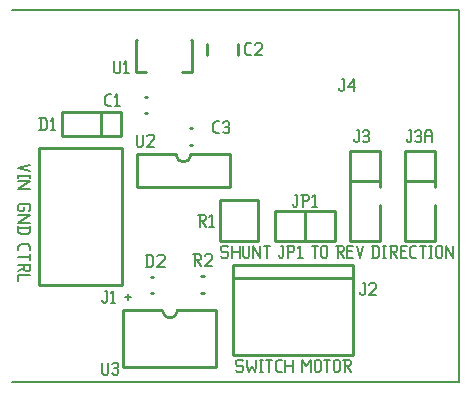
<source format=gbr>
G04 start of page 9 for group -4079 idx -4079 *
G04 Title: (unknown), topsilk *
G04 Creator: pcb 20140316 *
G04 CreationDate: Tue 12 Jul 2016 01:46:57 AM GMT UTC *
G04 For: ndholmes *
G04 Format: Gerber/RS-274X *
G04 PCB-Dimensions (mil): 1500.00 1250.00 *
G04 PCB-Coordinate-Origin: lower left *
%MOIN*%
%FSLAX25Y25*%
%LNTOPSILK*%
%ADD76C,0.0100*%
%ADD75C,0.0060*%
%ADD74C,0.0080*%
G54D74*X500Y500D02*X149500D01*
Y124500D01*
X500D01*
G54D75*X6500Y73000D02*X2500Y72000D01*
X6500Y71000D01*
Y69800D02*Y68800D01*
X2500Y69300D02*X6500D01*
X2500Y69800D02*Y68800D01*
Y67600D02*X6500D01*
X2500Y65100D01*
X6500D01*
Y58000D02*X6000Y57500D01*
X6500Y59500D02*Y58000D01*
X6000Y60000D02*X6500Y59500D01*
X3000Y60000D02*X6000D01*
X3000D02*X2500Y59500D01*
Y58000D01*
X3000Y57500D01*
X4000D01*
X4500Y58000D02*X4000Y57500D01*
X4500Y59000D02*Y58000D01*
X2500Y56300D02*X6500D01*
X2500Y53800D01*
X6500D01*
X2500Y52100D02*X6500D01*
Y50800D02*X5800Y50100D01*
X3200D02*X5800D01*
X2500Y50800D02*X3200Y50100D01*
X2500Y52600D02*Y50800D01*
X6500Y52600D02*Y50800D01*
X2500Y45800D02*Y44500D01*
X3200Y46500D02*X2500Y45800D01*
X3200Y46500D02*X5800D01*
X6500Y45800D01*
Y44500D01*
Y43300D02*Y41300D01*
X2500Y42300D02*X6500D01*
Y40100D02*Y38100D01*
X6000Y37600D01*
X5000D02*X6000D01*
X4500Y38100D02*X5000Y37600D01*
X4500Y39600D02*Y38100D01*
X2500Y39600D02*X6500D01*
X4500Y38800D02*X2500Y37600D01*
Y36400D02*X6500D01*
X2500D02*Y34400D01*
X72000Y46000D02*X72500Y45500D01*
X70500Y46000D02*X72000D01*
X70000Y45500D02*X70500Y46000D01*
X70000Y45500D02*Y44500D01*
X70500Y44000D01*
X72000D01*
X72500Y43500D01*
Y42500D01*
X72000Y42000D02*X72500Y42500D01*
X70500Y42000D02*X72000D01*
X70000Y42500D02*X70500Y42000D01*
X73700Y46000D02*Y42000D01*
X76200Y46000D02*Y42000D01*
X73700Y44000D02*X76200D01*
X77400Y46000D02*Y42500D01*
X77900Y42000D01*
X78900D01*
X79400Y42500D01*
Y46000D02*Y42500D01*
X80600Y46000D02*Y42000D01*
Y46000D02*X83100Y42000D01*
Y46000D02*Y42000D01*
X84300Y46000D02*X86300D01*
X85300D02*Y42000D01*
X90000Y46000D02*X90800D01*
Y42500D01*
X90300Y42000D02*X90800Y42500D01*
X89800Y42000D02*X90300D01*
X89300Y42500D02*X89800Y42000D01*
X89300Y43000D02*Y42500D01*
X92500Y46000D02*Y42000D01*
X92000Y46000D02*X94000D01*
X94500Y45500D01*
Y44500D01*
X94000Y44000D02*X94500Y44500D01*
X92500Y44000D02*X94000D01*
X95700Y45200D02*X96500Y46000D01*
Y42000D01*
X95700D02*X97200D01*
X100200Y46000D02*X102200D01*
X101200D02*Y42000D01*
X103400Y45500D02*Y42500D01*
Y45500D02*X103900Y46000D01*
X104900D01*
X105400Y45500D01*
Y42500D01*
X104900Y42000D02*X105400Y42500D01*
X103900Y42000D02*X104900D01*
X103400Y42500D02*X103900Y42000D01*
X108400Y46000D02*X110400D01*
X110900Y45500D01*
Y44500D01*
X110400Y44000D02*X110900Y44500D01*
X108900Y44000D02*X110400D01*
X108900Y46000D02*Y42000D01*
X109700Y44000D02*X110900Y42000D01*
X112100Y44200D02*X113600D01*
X112100Y42000D02*X114100D01*
X112100Y46000D02*Y42000D01*
Y46000D02*X114100D01*
X115300D02*X116300Y42000D01*
X117300Y46000D01*
X120800D02*Y42000D01*
X122100Y46000D02*X122800Y45300D01*
Y42700D01*
X122100Y42000D02*X122800Y42700D01*
X120300Y42000D02*X122100D01*
X120300Y46000D02*X122100D01*
X124000D02*X125000D01*
X124500D02*Y42000D01*
X124000D02*X125000D01*
X126200Y46000D02*X128200D01*
X128700Y45500D01*
Y44500D01*
X128200Y44000D02*X128700Y44500D01*
X126700Y44000D02*X128200D01*
X126700Y46000D02*Y42000D01*
X127500Y44000D02*X128700Y42000D01*
X129900Y44200D02*X131400D01*
X129900Y42000D02*X131900D01*
X129900Y46000D02*Y42000D01*
Y46000D02*X131900D01*
X133800Y42000D02*X135100D01*
X133100Y42700D02*X133800Y42000D01*
X133100Y45300D02*Y42700D01*
Y45300D02*X133800Y46000D01*
X135100D01*
X136300D02*X138300D01*
X137300D02*Y42000D01*
X139500Y46000D02*X140500D01*
X140000D02*Y42000D01*
X139500D02*X140500D01*
X141700Y45500D02*Y42500D01*
Y45500D02*X142200Y46000D01*
X143200D01*
X143700Y45500D01*
Y42500D01*
X143200Y42000D02*X143700Y42500D01*
X142200Y42000D02*X143200D01*
X141700Y42500D02*X142200Y42000D01*
X144900Y46000D02*Y42000D01*
Y46000D02*X147400Y42000D01*
Y46000D02*Y42000D01*
X77000Y8000D02*X77500Y7500D01*
X75500Y8000D02*X77000D01*
X75000Y7500D02*X75500Y8000D01*
X75000Y7500D02*Y6500D01*
X75500Y6000D01*
X77000D01*
X77500Y5500D01*
Y4500D01*
X77000Y4000D02*X77500Y4500D01*
X75500Y4000D02*X77000D01*
X75000Y4500D02*X75500Y4000D01*
X78700Y8000D02*Y6000D01*
X79200Y4000D01*
X80200Y6000D01*
X81200Y4000D01*
X81700Y6000D01*
Y8000D02*Y6000D01*
X82900Y8000D02*X83900D01*
X83400D02*Y4000D01*
X82900D02*X83900D01*
X85100Y8000D02*X87100D01*
X86100D02*Y4000D01*
X89000D02*X90300D01*
X88300Y4700D02*X89000Y4000D01*
X88300Y7300D02*Y4700D01*
Y7300D02*X89000Y8000D01*
X90300D01*
X91500D02*Y4000D01*
X94000Y8000D02*Y4000D01*
X91500Y6000D02*X94000D01*
X97000Y8000D02*Y4000D01*
Y8000D02*X98500Y6000D01*
X100000Y8000D01*
Y4000D01*
X101200Y7500D02*Y4500D01*
Y7500D02*X101700Y8000D01*
X102700D01*
X103200Y7500D01*
Y4500D01*
X102700Y4000D02*X103200Y4500D01*
X101700Y4000D02*X102700D01*
X101200Y4500D02*X101700Y4000D01*
X104400Y8000D02*X106400D01*
X105400D02*Y4000D01*
X107600Y7500D02*Y4500D01*
Y7500D02*X108100Y8000D01*
X109100D01*
X109600Y7500D01*
Y4500D01*
X109100Y4000D02*X109600Y4500D01*
X108100Y4000D02*X109100D01*
X107600Y4500D02*X108100Y4000D01*
X110800Y8000D02*X112800D01*
X113300Y7500D01*
Y6500D01*
X112800Y6000D02*X113300Y6500D01*
X111300Y6000D02*X112800D01*
X111300Y8000D02*Y4000D01*
X112100Y6000D02*X113300Y4000D01*
X38000Y29000D02*X40000D01*
X39000Y30000D02*Y28000D01*
G54D76*X46607Y30245D02*X47393D01*
X46607Y35755D02*X47393D01*
X63455Y30320D02*X64241D01*
X63455Y35830D02*X64241D01*
X37500Y24500D02*Y5500D01*
X68500D01*
Y24500D01*
X37500D02*X50500D01*
X68500D02*X55500D01*
X50500D02*G75*G03X55500Y24500I2500J0D01*G01*
X74000Y9700D02*X114000D01*
X74000Y39700D02*X114000D01*
X74000Y35300D02*X114000D01*
X74000Y39700D02*Y9700D01*
X114000Y39700D02*Y9700D01*
X113000Y77500D02*Y47500D01*
X123000D01*
Y77500D02*X113000D01*
Y67500D02*X123000D01*
Y65500D02*Y77500D01*
Y47500D02*Y59500D01*
X131500Y77500D02*Y47500D01*
X141500D01*
Y77500D02*X131500D01*
Y67500D02*X141500D01*
Y65500D02*Y77500D01*
Y47500D02*Y59500D01*
X59607Y79745D02*X60393D01*
X59607Y85255D02*X60393D01*
X17100Y90500D02*X36800D01*
X17100Y82500D02*X36800D01*
Y90500D02*Y82500D01*
X17100Y90500D02*Y82500D01*
X30000Y90500D02*Y82500D01*
X75814Y113468D02*Y109532D01*
X65186Y113468D02*Y109532D01*
X44607Y95755D02*X45393D01*
X44607Y90245D02*X45393D01*
X60250Y114480D02*Y103850D01*
X41750Y114480D02*Y103850D01*
X57000D02*X60250D01*
X41750D02*X45000D01*
X60071Y114480D02*X60250D01*
X41750D02*X41929D01*
X9500Y78500D02*Y32831D01*
X37059D01*
Y78500D02*Y32831D01*
X9500Y78500D02*X37059D01*
X41934Y76488D02*Y65512D01*
X73066D01*
Y76488D02*Y65512D01*
X41934Y76488D02*X55000D01*
X60000D02*X73066D01*
X55000D02*G75*G03X60000Y76488I2500J0D01*G01*
X69701Y61390D02*X82299D01*
Y47610D01*
X69701D02*X82299D01*
X69701Y61390D02*Y47610D01*
X88000Y47500D02*X108000D01*
Y57500D02*Y47500D01*
X88000Y57500D02*X108000D01*
X88000D02*Y47500D01*
X98000Y57500D02*Y47500D01*
X88000Y57500D02*X98000D01*
G54D75*X30500Y7000D02*Y3500D01*
X31000Y3000D01*
X32000D01*
X32500Y3500D01*
Y7000D02*Y3500D01*
X33700Y6500D02*X34200Y7000D01*
X35200D01*
X35700Y6500D01*
X35200Y3000D02*X35700Y3500D01*
X34200Y3000D02*X35200D01*
X33700Y3500D02*X34200Y3000D01*
Y5200D02*X35200D01*
X35700Y6500D02*Y5700D01*
Y4700D02*Y3500D01*
Y4700D02*X35200Y5200D01*
X35700Y5700D02*X35200Y5200D01*
X132700Y84500D02*X133500D01*
Y81000D01*
X133000Y80500D02*X133500Y81000D01*
X132500Y80500D02*X133000D01*
X132000Y81000D02*X132500Y80500D01*
X132000Y81500D02*Y81000D01*
X134700Y84000D02*X135200Y84500D01*
X136200D01*
X136700Y84000D01*
X136200Y80500D02*X136700Y81000D01*
X135200Y80500D02*X136200D01*
X134700Y81000D02*X135200Y80500D01*
Y82700D02*X136200D01*
X136700Y84000D02*Y83200D01*
Y82200D02*Y81000D01*
Y82200D02*X136200Y82700D01*
X136700Y83200D02*X136200Y82700D01*
X137900Y83500D02*Y80500D01*
Y83500D02*X138600Y84500D01*
X139700D01*
X140400Y83500D01*
Y80500D01*
X137900Y82500D02*X140400D01*
X68200Y83500D02*X69500D01*
X67500Y84200D02*X68200Y83500D01*
X67500Y86800D02*Y84200D01*
Y86800D02*X68200Y87500D01*
X69500D01*
X70700Y87000D02*X71200Y87500D01*
X72200D01*
X72700Y87000D01*
X72200Y83500D02*X72700Y84000D01*
X71200Y83500D02*X72200D01*
X70700Y84000D02*X71200Y83500D01*
Y85700D02*X72200D01*
X72700Y87000D02*Y86200D01*
Y85200D02*Y84000D01*
Y85200D02*X72200Y85700D01*
X72700Y86200D02*X72200Y85700D01*
X10000Y88500D02*Y84500D01*
X11300Y88500D02*X12000Y87800D01*
Y85200D01*
X11300Y84500D02*X12000Y85200D01*
X9500Y84500D02*X11300D01*
X9500Y88500D02*X11300D01*
X13200Y87700D02*X14000Y88500D01*
Y84500D01*
X13200D02*X14700D01*
X78700Y109500D02*X80000D01*
X78000Y110200D02*X78700Y109500D01*
X78000Y112800D02*Y110200D01*
Y112800D02*X78700Y113500D01*
X80000D01*
X81200Y113000D02*X81700Y113500D01*
X83200D01*
X83700Y113000D01*
Y112000D01*
X81200Y109500D02*X83700Y112000D01*
X81200Y109500D02*X83700D01*
X32200Y92500D02*X33500D01*
X31500Y93200D02*X32200Y92500D01*
X31500Y95800D02*Y93200D01*
Y95800D02*X32200Y96500D01*
X33500D01*
X34700Y95700D02*X35500Y96500D01*
Y92500D01*
X34700D02*X36200D01*
X34500Y107500D02*Y104000D01*
X35000Y103500D01*
X36000D01*
X36500Y104000D01*
Y107500D02*Y104000D01*
X37700Y106700D02*X38500Y107500D01*
Y103500D01*
X37700D02*X39200D01*
X110200Y101500D02*X111000D01*
Y98000D01*
X110500Y97500D02*X111000Y98000D01*
X110000Y97500D02*X110500D01*
X109500Y98000D02*X110000Y97500D01*
X109500Y98500D02*Y98000D01*
X112200Y99000D02*X114200Y101500D01*
X112200Y99000D02*X114700D01*
X114200Y101500D02*Y97500D01*
X115200Y84500D02*X116000D01*
Y81000D01*
X115500Y80500D02*X116000Y81000D01*
X115000Y80500D02*X115500D01*
X114500Y81000D02*X115000Y80500D01*
X114500Y81500D02*Y81000D01*
X117200Y84000D02*X117700Y84500D01*
X118700D01*
X119200Y84000D01*
X118700Y80500D02*X119200Y81000D01*
X117700Y80500D02*X118700D01*
X117200Y81000D02*X117700Y80500D01*
Y82700D02*X118700D01*
X119200Y84000D02*Y83200D01*
Y82200D02*Y81000D01*
Y82200D02*X118700Y82700D01*
X119200Y83200D02*X118700Y82700D01*
X117200Y33500D02*X118000D01*
Y30000D01*
X117500Y29500D02*X118000Y30000D01*
X117000Y29500D02*X117500D01*
X116500Y30000D02*X117000Y29500D01*
X116500Y30500D02*Y30000D01*
X119200Y33000D02*X119700Y33500D01*
X121200D01*
X121700Y33000D01*
Y32000D01*
X119200Y29500D02*X121700Y32000D01*
X119200Y29500D02*X121700D01*
X94700Y63000D02*X95500D01*
Y59500D01*
X95000Y59000D02*X95500Y59500D01*
X94500Y59000D02*X95000D01*
X94000Y59500D02*X94500Y59000D01*
X94000Y60000D02*Y59500D01*
X97200Y63000D02*Y59000D01*
X96700Y63000D02*X98700D01*
X99200Y62500D01*
Y61500D01*
X98700Y61000D02*X99200Y61500D01*
X97200Y61000D02*X98700D01*
X100400Y62200D02*X101200Y63000D01*
Y59000D01*
X100400D02*X101900D01*
X31200Y31000D02*X32000D01*
Y27500D01*
X31500Y27000D02*X32000Y27500D01*
X31000Y27000D02*X31500D01*
X30500Y27500D02*X31000Y27000D01*
X30500Y28000D02*Y27500D01*
X33200Y30200D02*X34000Y31000D01*
Y27000D01*
X33200D02*X34700D01*
X45500Y43000D02*Y39000D01*
X46800Y43000D02*X47500Y42300D01*
Y39700D01*
X46800Y39000D02*X47500Y39700D01*
X45000Y39000D02*X46800D01*
X45000Y43000D02*X46800D01*
X48700Y42500D02*X49200Y43000D01*
X50700D01*
X51200Y42500D01*
Y41500D01*
X48700Y39000D02*X51200Y41500D01*
X48700Y39000D02*X51200D01*
X60850Y43150D02*X62850D01*
X63350Y42650D01*
Y41650D01*
X62850Y41150D02*X63350Y41650D01*
X61350Y41150D02*X62850D01*
X61350Y43150D02*Y39150D01*
X62150Y41150D02*X63350Y39150D01*
X64550Y42650D02*X65050Y43150D01*
X66550D01*
X67050Y42650D01*
Y41650D01*
X64550Y39150D02*X67050Y41650D01*
X64550Y39150D02*X67050D01*
X62428Y56376D02*X64428D01*
X64928Y55876D01*
Y54876D01*
X64428Y54376D02*X64928Y54876D01*
X62928Y54376D02*X64428D01*
X62928Y56376D02*Y52376D01*
X63728Y54376D02*X64928Y52376D01*
X66128Y55576D02*X66928Y56376D01*
Y52376D01*
X66128D02*X67628D01*
X42000Y83000D02*Y79500D01*
X42500Y79000D01*
X43500D01*
X44000Y79500D01*
Y83000D02*Y79500D01*
X45200Y82500D02*X45700Y83000D01*
X47200D01*
X47700Y82500D01*
Y81500D01*
X45200Y79000D02*X47700Y81500D01*
X45200Y79000D02*X47700D01*
M02*

</source>
